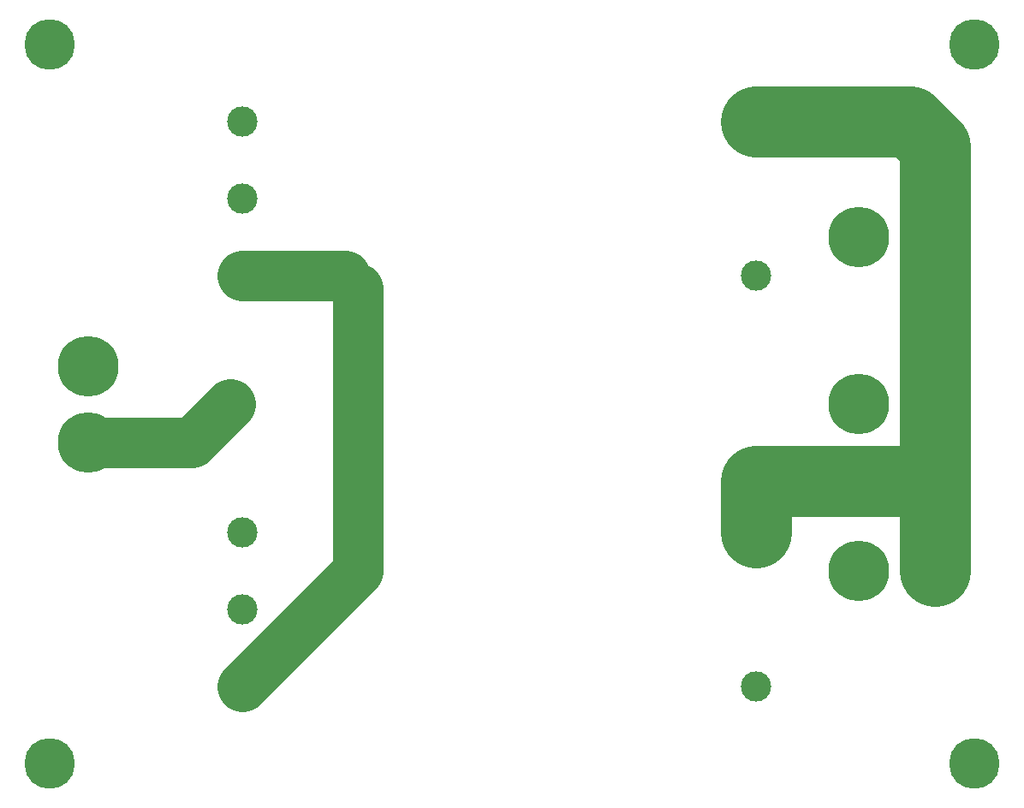
<source format=gtl>
G04 #@! TF.GenerationSoftware,KiCad,Pcbnew,(5.0.0)*
G04 #@! TF.CreationDate,2018-11-06T14:57:09-07:00*
G04 #@! TF.ProjectId,PDU-Board,5044552D426F6172642E6B696361645F,rev?*
G04 #@! TF.SameCoordinates,Original*
G04 #@! TF.FileFunction,Copper,L1,Top,Signal*
G04 #@! TF.FilePolarity,Positive*
%FSLAX46Y46*%
G04 Gerber Fmt 4.6, Leading zero omitted, Abs format (unit mm)*
G04 Created by KiCad (PCBNEW (5.0.0)) date 11/06/18 14:57:09*
%MOMM*%
%LPD*%
G01*
G04 APERTURE LIST*
G04 #@! TA.AperFunction,SMDPad,CuDef*
%ADD10R,3.250000X3.250000*%
G04 #@! TD*
G04 #@! TA.AperFunction,ComponentPad*
%ADD11C,6.000000*%
G04 #@! TD*
G04 #@! TA.AperFunction,ComponentPad*
%ADD12C,3.000000*%
G04 #@! TD*
G04 #@! TA.AperFunction,ComponentPad*
%ADD13C,5.000000*%
G04 #@! TD*
G04 #@! TA.AperFunction,Conductor*
%ADD14C,5.000000*%
G04 #@! TD*
G04 #@! TA.AperFunction,Conductor*
%ADD15C,3.000000*%
G04 #@! TD*
G04 #@! TA.AperFunction,Conductor*
%ADD16C,7.000000*%
G04 #@! TD*
G04 APERTURE END LIST*
D10*
G04 #@! TO.P,30A,1*
G04 #@! TO.N,Net-(30A1-Pad1)*
X115620000Y-107950000D03*
G04 #@! TO.P,30A,2*
G04 #@! TO.N,12v*
X128270000Y-107950000D03*
G04 #@! TD*
D11*
G04 #@! TO.P,J0,2*
G04 #@! TO.N,48v-Gnd*
X101600000Y-104260000D03*
G04 #@! TO.P,J0,1*
G04 #@! TO.N,Net-(30A1-Pad1)*
X101600000Y-111760000D03*
G04 #@! TD*
G04 #@! TO.P,J1,1*
G04 #@! TO.N,12v*
X177800000Y-91440000D03*
G04 #@! TO.P,J1,2*
G04 #@! TO.N,12v-Gnd*
X185300000Y-91440000D03*
G04 #@! TD*
G04 #@! TO.P,J2,2*
G04 #@! TO.N,12v-Gnd*
X185300000Y-124460000D03*
G04 #@! TO.P,J2,1*
G04 #@! TO.N,12v*
X177800000Y-124460000D03*
G04 #@! TD*
G04 #@! TO.P,J3,1*
G04 #@! TO.N,12v*
X177800000Y-107950000D03*
G04 #@! TO.P,J3,2*
G04 #@! TO.N,12v-Gnd*
X185300000Y-107950000D03*
G04 #@! TD*
D12*
G04 #@! TO.P,U0,2*
G04 #@! TO.N,48v-Gnd*
X116840000Y-87630000D03*
G04 #@! TO.P,U0,5*
G04 #@! TO.N,12v*
X167640000Y-95250000D03*
G04 #@! TO.P,U0,4*
G04 #@! TO.N,12v-Gnd*
X167640000Y-80010000D03*
G04 #@! TO.P,U0,3*
G04 #@! TO.N,48v-Gnd*
X116840000Y-80010000D03*
G04 #@! TO.P,U0,1*
G04 #@! TO.N,48v*
X116840000Y-95250000D03*
G04 #@! TD*
G04 #@! TO.P,U1,1*
G04 #@! TO.N,48v*
X116840000Y-135890000D03*
G04 #@! TO.P,U1,3*
G04 #@! TO.N,48v-Gnd*
X116840000Y-120650000D03*
G04 #@! TO.P,U1,4*
G04 #@! TO.N,12v-Gnd*
X167640000Y-120650000D03*
G04 #@! TO.P,U1,5*
G04 #@! TO.N,12v*
X167640000Y-135890000D03*
G04 #@! TO.P,U1,2*
G04 #@! TO.N,48v-Gnd*
X116840000Y-128270000D03*
G04 #@! TD*
D13*
G04 #@! TO.P,REF\002A\002A,1*
G04 #@! TO.N,N/C*
X97790000Y-72390000D03*
G04 #@! TD*
G04 #@! TO.P,REF\002A\002A,1*
G04 #@! TO.N,N/C*
X97790000Y-143510000D03*
G04 #@! TD*
G04 #@! TO.P,REF\002A\002A,1*
G04 #@! TO.N,N/C*
X189230000Y-143510000D03*
G04 #@! TD*
G04 #@! TO.P,REF\002A\002A,1*
G04 #@! TO.N,N/C*
X189230000Y-72390000D03*
G04 #@! TD*
D14*
G04 #@! TO.N,Net-(30A1-Pad1)*
X111810000Y-111760000D02*
X115620000Y-107950000D01*
X101600000Y-111760000D02*
X111810000Y-111760000D01*
G04 #@! TO.N,12v*
X128270000Y-124460000D02*
X128270000Y-107950000D01*
X116840000Y-135890000D02*
X128270000Y-124460000D01*
X116840000Y-95250000D02*
X127000000Y-95250000D01*
X128270000Y-96520000D02*
X128270000Y-107950000D01*
D15*
X127000000Y-95250000D02*
X128270000Y-96520000D01*
G04 #@! TO.N,12v-Gnd*
X185420000Y-91440000D02*
X185300000Y-91440000D01*
X185300000Y-106800000D02*
X185300000Y-107950000D01*
X185420000Y-107950000D02*
X185300000Y-107950000D01*
D16*
X185300000Y-91440000D02*
X185300000Y-82430000D01*
X185300000Y-82430000D02*
X182880000Y-80010000D01*
X182880000Y-80010000D02*
X167640000Y-80010000D01*
X185300000Y-91440000D02*
X185300000Y-107950000D01*
X185300000Y-115570000D02*
X167640000Y-115570000D01*
X185300000Y-115570000D02*
X185300000Y-124460000D01*
X185300000Y-107950000D02*
X185300000Y-115570000D01*
X167640000Y-120650000D02*
X167640000Y-115570000D01*
G04 #@! TD*
M02*

</source>
